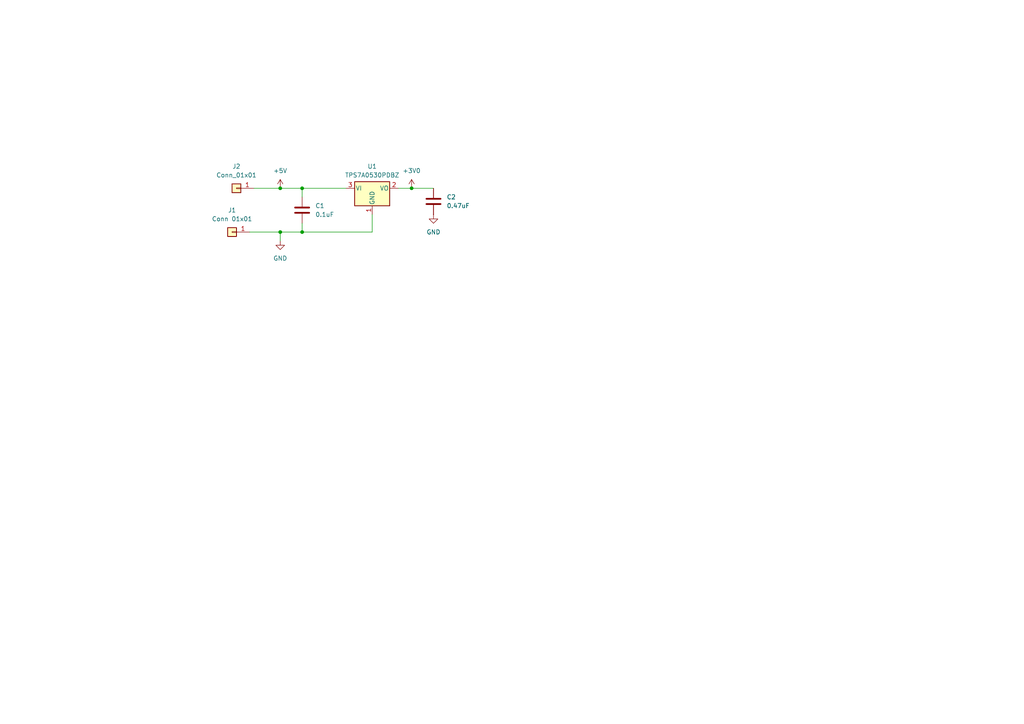
<source format=kicad_sch>
(kicad_sch (version 20231120) (generator "eeschema") (generator_version "8.0")
  (paper "A4")
  (lib_symbols
    (symbol "Connector_Generic:Conn_01x01" (pin_names (offset 1.016) hide)
      (property "Reference" "J" (at 0 2.54 0))
      (property "Value" "Conn_01x01" (at 0 -2.54 0))
      (symbol "Conn_01x01_1_1"
        (rectangle (start -1.27 0.127) (end 0 -0.127) (stroke (width 0.1524)))
        (rectangle (start -1.27 1.27) (end 1.27 -1.27) (stroke (width 0.254)) (fill (type background)))
        (pin passive line (at -5.08 0 0) (length 3.81) (name "Pin_1") (number "1"))
      )
    )
    (symbol "Device:C" (pin_numbers hide) (pin_names (offset 0.254))
      (property "Reference" "C" (at 0.635 2.54 0))
      (property "Value" "C" (at 0.635 -2.54 0))
      (symbol "C_0_1"
        (polyline (pts (xy -2.032 -0.762) (xy 2.032 -0.762)) (stroke (width 0.508)))
        (polyline (pts (xy -2.032 0.762) (xy 2.032 0.762)) (stroke (width 0.508)))
      )
      (symbol "C_1_1"
        (pin passive line (at 0 3.81 270) (length 2.794) (name "~") (number "1"))
        (pin passive line (at 0 -3.81 90) (length 2.794) (name "~") (number "2"))
      )
    )
    (symbol "Regulator_Linear:TPS7A0530PDBZ" (pin_names (offset 0.254))
      (property "Reference" "U" (at -3.81 3.175 0))
      (property "Value" "TPS7A0530PDBZ" (at 0 3.175 0))
      (symbol "TPS7A0530PDBZ_0_1"
        (rectangle (start -5.08 -5.08) (end 5.08 1.905) (stroke (width 0.254)) (fill (type background)))
      )
      (symbol "TPS7A0530PDBZ_1_1"
        (pin power_in line (at 0 -7.62 90) (length 2.54) (name "GND") (number "1"))
        (pin power_out line (at 7.62 0 180) (length 2.54) (name "VO") (number "2"))
        (pin power_in line (at -7.62 0 0) (length 2.54) (name "VI") (number "3"))
      )
    )
    (symbol "power:+3V0" (power) (pin_numbers hide) (pin_names (offset 0) hide)
      (property "Value" "+3V0" (at 0 3.556 0))
      (symbol "+3V0_0_1"
        (polyline (pts (xy -0.762 1.27) (xy 0 2.54)))
        (polyline (pts (xy 0 0) (xy 0 2.54)))
        (polyline (pts (xy 0 2.54) (xy 0.762 1.27)))
      )
      (symbol "+3V0_1_1"
        (pin power_in line (at 0 0 90) (length 0) (name "~") (number "1"))
      )
    )
    (symbol "power:+5V" (power) (pin_numbers hide) (pin_names (offset 0) hide)
      (property "Value" "+5V" (at 0 3.556 0))
      (symbol "+5V_0_1"
        (polyline (pts (xy -0.762 1.27) (xy 0 2.54)))
        (polyline (pts (xy 0 0) (xy 0 2.54)))
        (polyline (pts (xy 0 2.54) (xy 0.762 1.27)))
      )
      (symbol "+5V_1_1"
        (pin power_in line (at 0 0 90) (length 0) (name "~") (number "1"))
      )
    )
    (symbol "power:GND" (power) (pin_numbers hide) (pin_names (offset 0) hide)
      (property "Value" "GND" (at 0 -3.81 0))
      (symbol "GND_0_1"
        (polyline (pts (xy 0 0) (xy 0 -1.27) (xy 1.27 -1.27) (xy 0 -2.54) (xy -1.27 -1.27) (xy 0 -1.27)))
      )
      (symbol "GND_1_1"
        (pin power_in line (at 0 0 270) (length 0) (name "~") (number "1"))
      )
    )
  )
  (junction (at 81.28 67.31))
  (junction (at 87.63 67.31))
  (junction (at 119.38 54.61))
  (junction (at 81.28 54.61))
  (junction (at 87.63 54.61))
  (wire (pts (xy 119.38 54.61) (xy 125.73 54.61)))
  (wire (pts (xy 72.39 67.31) (xy 81.28 67.31)))
  (wire (pts (xy 87.63 54.61) (xy 100.33 54.61)))
  (wire (pts (xy 87.63 57.15) (xy 87.63 54.61)))
  (wire (pts (xy 107.95 67.31) (xy 107.95 62.23)))
  (wire (pts (xy 81.28 69.85) (xy 81.28 67.31)))
  (wire (pts (xy 107.95 67.31) (xy 87.63 67.31)))
  (wire (pts (xy 81.28 54.61) (xy 87.63 54.61)))
  (wire (pts (xy 73.66 54.61) (xy 81.28 54.61)))
  (wire (pts (xy 81.28 67.31) (xy 87.63 67.31)))
  (wire (pts (xy 115.57 54.61) (xy 119.38 54.61)))
  (wire (pts (xy 87.63 64.77) (xy 87.63 67.31)))
  (symbol (lib_id "Connector_Generic:Conn_01x01") (at 67.31 67.31 180) (unit 1)
    (property "Reference" "J1" (at 67.31 60.96 0))
    (property "Value" "Conn 01x01" (at 67.31 63.5 0))
    (property "Footprint" "buttoncell-insert:Solder Pads 01x01" (effects (hide yes)))
    (property "Description" "Generic connector, single row, 01x01, script generated (kicad-library-utils/schlib/autogen/connector/)" (effects (hide yes)))
  )
  (symbol (lib_id "Connector_Generic:Conn_01x01") (at 68.58 54.61 180) (unit 1)
    (property "Reference" "J2" (at 68.58 48.26 0))
    (property "Value" "Conn_01x01" (at 68.58 50.8 0))
    (property "Footprint" "buttoncell-insert:Solder Pads 01x01" (effects (hide yes)))
    (property "Description" "Generic connector, single row, 01x01, script generated (kicad-library-utils/schlib/autogen/connector/)" (effects (hide yes)))
  )
  (symbol (lib_id "Device:C") (at 87.63 60.96 0) (unit 1)
    (property "Reference" "C1" (at 91.44 59.6899 0) (effects (justify left)))
    (property "Value" "0.1uF" (at 91.44 62.2299 0) (effects (justify left)))
    (property "Footprint" "Capacitor_SMD:C_0603_1608Metric_Pad1.08x0.95mm_HandSolder" (effects (hide yes)))
    (property "Description" "Unpolarized capacitor" (effects (hide yes)))
  )
  (symbol (lib_id "power:+3V0") (at 119.38 54.61 0) (unit 1)
    (property "Reference" "#PWR03" (effects (hide yes)))
    (property "Value" "+3V0" (at 119.38 49.53 0))
    (property "Description" "Power symbol creates a global label with name \"+3V0\"" (effects (hide yes)))
  )
  (symbol (lib_id "power:GND") (at 81.28 69.85 0) (unit 1)
    (property "Reference" "#PWR02" (effects (hide yes)))
    (property "Value" "GND" (at 81.28 74.93 0))
    (property "Description" "Power symbol creates a global label with name \"GND\" , ground" (effects (hide yes)))
  )
  (symbol (lib_id "Device:C") (at 125.73 58.42 0) (unit 1)
    (property "Reference" "C2" (at 129.54 57.1499 0) (effects (justify left)))
    (property "Value" "0.47uF" (at 129.54 59.6899 0) (effects (justify left)))
    (property "Footprint" "Capacitor_SMD:C_0603_1608Metric_Pad1.08x0.95mm_HandSolder" (effects (hide yes)))
    (property "Description" "Unpolarized capacitor" (effects (hide yes)))
  )
  (symbol (lib_id "power:GND") (at 125.73 62.23 0) (unit 1)
    (property "Reference" "#PWR04" (effects (hide yes)))
    (property "Value" "GND" (at 125.73 67.31 0))
    (property "Description" "Power symbol creates a global label with name \"GND\" , ground" (effects (hide yes)))
  )
  (symbol (lib_id "power:+5V") (at 81.28 54.61 0) (unit 1)
    (property "Reference" "#PWR01" (effects (hide yes)))
    (property "Value" "+5V" (at 81.28 49.53 0))
    (property "Description" "Power symbol creates a global label with name \"+5V\"" (effects (hide yes)))
  )
  (symbol (lib_id "Regulator_Linear:TPS7A0530PDBZ") (at 107.95 54.61 0) (unit 1)
    (property "Reference" "U1" (at 107.95 48.26 0))
    (property "Value" "TPS7A0530PDBZ" (at 107.95 50.8 0))
    (property "Footprint" "Package_TO_SOT_SMD:SOT-23" (effects (hide yes)))
    (property "Datasheet" "https://www.ti.com/lit/ds/symlink/tps7a05.pdf" (effects (hide yes)))
    (property "Description" "200-mA Ultra-Low-Iq LDO, 3.0V, SOT-23-3" (effects (hide yes)))
  )
)
</source>
